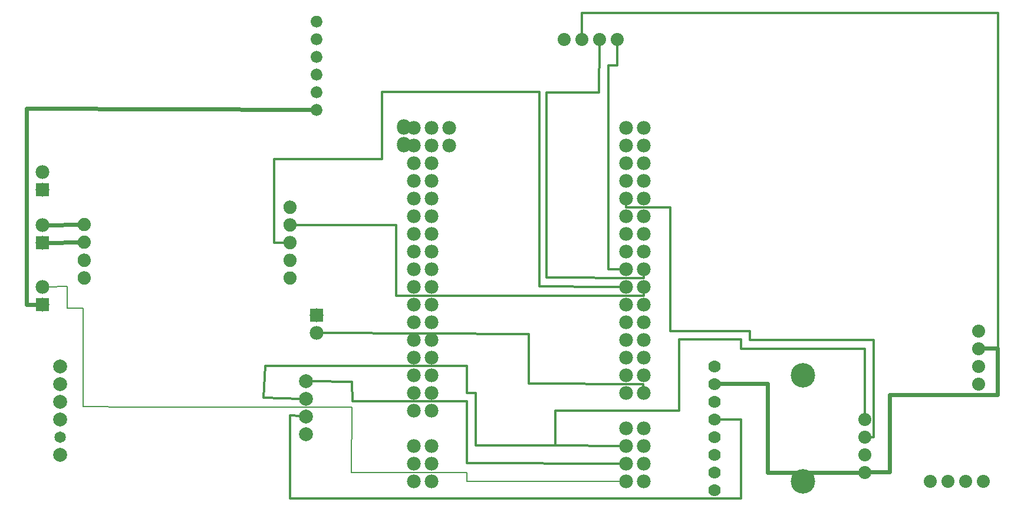
<source format=gbl>
G04 MADE WITH FRITZING*
G04 WWW.FRITZING.ORG*
G04 DOUBLE SIDED*
G04 HOLES PLATED*
G04 CONTOUR ON CENTER OF CONTOUR VECTOR*
%ASAXBY*%
%FSLAX23Y23*%
%MOIN*%
%OFA0B0*%
%SFA1.0B1.0*%
%ADD10C,0.078000*%
%ADD11C,0.065972*%
%ADD12C,0.074106*%
%ADD13C,0.078861*%
%ADD14C,0.064972*%
%ADD15C,0.078833*%
%ADD16C,0.138425*%
%ADD17C,0.070000*%
%ADD18C,0.073889*%
%ADD19R,0.078000X0.078000*%
%ADD20C,0.012000*%
%ADD21C,0.024000*%
%ADD22C,0.008000*%
%ADD23R,0.001000X0.001000*%
%LNCOPPER0*%
G90*
G70*
G54D10*
X2322Y563D03*
X2322Y663D03*
X2322Y763D03*
X2322Y863D03*
X2322Y963D03*
X2322Y1063D03*
X2322Y1163D03*
X2322Y1263D03*
X2322Y1363D03*
X2322Y1463D03*
X2322Y1563D03*
X2322Y1663D03*
X2322Y1763D03*
X2322Y1863D03*
X2322Y1963D03*
X2322Y2063D03*
X2322Y2163D03*
X2222Y2163D03*
X2222Y2063D03*
X2222Y1963D03*
X2222Y1863D03*
X2222Y1763D03*
X2222Y1663D03*
X2222Y1563D03*
X2222Y1463D03*
X2222Y1363D03*
X2222Y1263D03*
X2222Y1163D03*
X2222Y1063D03*
X2222Y963D03*
X2222Y863D03*
X2222Y763D03*
X2222Y663D03*
X2222Y563D03*
X3522Y663D03*
X3522Y763D03*
X3522Y863D03*
X3522Y963D03*
X3522Y1063D03*
X3522Y1163D03*
X3522Y1263D03*
X3522Y1363D03*
X3522Y1463D03*
X3522Y1563D03*
X3522Y1663D03*
X3522Y1763D03*
X3522Y1863D03*
X3522Y1963D03*
X3522Y2063D03*
X3522Y2163D03*
X3422Y2163D03*
X3422Y2063D03*
X3422Y1963D03*
X3422Y1863D03*
X3422Y1763D03*
X3422Y1663D03*
X3422Y1563D03*
X3422Y1463D03*
X3422Y1363D03*
X3422Y1263D03*
X3422Y1163D03*
X3422Y1063D03*
X3422Y963D03*
X3422Y863D03*
X3422Y763D03*
X3422Y663D03*
X3522Y163D03*
X3522Y263D03*
X3522Y363D03*
X3522Y463D03*
X3422Y463D03*
X3422Y363D03*
X3422Y263D03*
X3422Y163D03*
X2422Y2063D03*
X2167Y2063D03*
X2167Y2073D03*
X2167Y2063D03*
X2167Y2073D03*
X2167Y2063D03*
X2167Y2073D03*
X2167Y2163D03*
X2167Y2173D03*
X2167Y2163D03*
X2167Y2173D03*
X2167Y2163D03*
X2167Y2173D03*
X2422Y2163D03*
X2222Y163D03*
X2322Y163D03*
X2322Y263D03*
X2322Y363D03*
X2222Y363D03*
X2222Y263D03*
G54D11*
X1672Y2763D03*
X1672Y2663D03*
X1672Y2563D03*
X1672Y2463D03*
X1672Y2363D03*
X1672Y2263D03*
G54D12*
X359Y1614D03*
X359Y1514D03*
X359Y1413D03*
X359Y1313D03*
X1522Y1713D03*
X1522Y1613D03*
X1522Y1513D03*
X1522Y1413D03*
X1522Y1313D03*
G54D13*
X222Y313D03*
G54D14*
X222Y413D03*
G54D13*
X222Y513D03*
X222Y613D03*
X222Y713D03*
X222Y813D03*
G54D15*
X1612Y429D03*
X1612Y529D03*
X1612Y629D03*
X1612Y729D03*
G54D16*
X4422Y163D03*
G54D17*
X3922Y813D03*
X3922Y713D03*
X3922Y613D03*
X3922Y513D03*
X3922Y413D03*
X3922Y313D03*
X3922Y213D03*
X3922Y113D03*
G54D16*
X4422Y763D03*
G54D10*
X122Y1513D03*
X122Y1613D03*
G54D18*
X4772Y513D03*
X4772Y413D03*
X4772Y313D03*
X4772Y213D03*
X5415Y713D03*
X5415Y813D03*
X5415Y913D03*
X5415Y1013D03*
X3072Y2663D03*
X3172Y2663D03*
X3272Y2663D03*
X3372Y2663D03*
G54D10*
X122Y1813D03*
X122Y1913D03*
X122Y1163D03*
X122Y1263D03*
X1672Y1103D03*
X1672Y1003D03*
G54D18*
X5142Y163D03*
X5242Y163D03*
X5342Y163D03*
X5442Y163D03*
G54D19*
X122Y1513D03*
X122Y1813D03*
X122Y1163D03*
X1672Y1103D03*
G54D20*
X3272Y1213D02*
X3522Y1213D01*
D02*
X3522Y1213D02*
X3522Y1239D01*
D02*
X2122Y1213D02*
X3272Y1213D01*
D02*
X2122Y1612D02*
X2122Y1213D01*
D02*
X1545Y1613D02*
X2122Y1612D01*
G54D21*
D02*
X330Y1514D02*
X152Y1513D01*
D02*
X330Y1614D02*
X152Y1613D01*
G54D20*
D02*
X1522Y534D02*
X1522Y465D01*
D02*
X1523Y64D02*
X4072Y64D01*
D02*
X1522Y465D02*
X1523Y64D01*
D02*
X4072Y64D02*
X4072Y512D01*
D02*
X4072Y512D02*
X3948Y513D01*
D02*
X1581Y531D02*
X1522Y534D01*
D02*
X1872Y724D02*
X1874Y615D01*
D02*
X1874Y615D02*
X2523Y615D01*
D02*
X2523Y264D02*
X3398Y263D01*
D02*
X2523Y615D02*
X2523Y264D01*
D02*
X1643Y729D02*
X1872Y724D01*
D02*
X3021Y364D02*
X3398Y363D01*
D02*
X2571Y364D02*
X3021Y364D01*
D02*
X2571Y663D02*
X2571Y364D01*
D02*
X2523Y663D02*
X2571Y663D01*
D02*
X2523Y814D02*
X2523Y663D01*
D02*
X1874Y814D02*
X2523Y814D01*
D02*
X1383Y814D02*
X1874Y814D01*
D02*
X1371Y634D02*
X1383Y814D01*
D02*
X1581Y630D02*
X1371Y634D01*
D02*
X4773Y913D02*
X4773Y714D01*
D02*
X4072Y913D02*
X4773Y913D01*
D02*
X4072Y965D02*
X4072Y913D01*
D02*
X3721Y965D02*
X4072Y965D01*
D02*
X3721Y563D02*
X3721Y965D01*
D02*
X3021Y563D02*
X3721Y563D01*
D02*
X4773Y714D02*
X4772Y542D01*
D02*
X3021Y364D02*
X3021Y563D01*
G54D21*
D02*
X4223Y213D02*
X4223Y714D01*
D02*
X4223Y714D02*
X4124Y714D01*
D02*
X4124Y714D02*
X3953Y714D01*
D02*
X4738Y213D02*
X4223Y213D01*
G54D20*
D02*
X4821Y413D02*
X4821Y962D01*
D02*
X4821Y962D02*
X4122Y962D01*
D02*
X4122Y962D02*
X4122Y1013D01*
D02*
X4122Y1013D02*
X3671Y1013D01*
D02*
X3671Y1013D02*
X3671Y1712D01*
D02*
X3671Y1712D02*
X3422Y1712D01*
D02*
X3422Y1712D02*
X3422Y1739D01*
D02*
X4801Y413D02*
X4821Y413D01*
D02*
X5524Y915D02*
X5524Y2812D01*
D02*
X5524Y2812D02*
X3171Y2812D01*
D02*
X3171Y2812D02*
X3172Y2692D01*
D02*
X5401Y914D02*
X5524Y915D01*
D02*
X3522Y1313D02*
X2973Y1314D01*
D02*
X3522Y1339D02*
X3522Y1313D01*
D02*
X3270Y2361D02*
X3272Y2635D01*
D02*
X2973Y2361D02*
X3270Y2361D01*
D02*
X2973Y1314D02*
X2973Y2361D01*
D02*
X3323Y1363D02*
X3321Y1966D01*
D02*
X3373Y2515D02*
X3372Y2635D01*
D02*
X3322Y2515D02*
X3373Y2515D01*
D02*
X3322Y1966D02*
X3322Y2515D01*
D02*
X3398Y1363D02*
X3323Y1363D01*
G54D22*
D02*
X351Y1143D02*
X351Y584D01*
D02*
X263Y1143D02*
X351Y1143D01*
D02*
X351Y584D02*
X642Y583D01*
D02*
X263Y1264D02*
X263Y1143D01*
D02*
X1872Y583D02*
X1870Y213D01*
D02*
X1870Y213D02*
X2522Y213D01*
D02*
X2522Y213D02*
X2523Y163D01*
D02*
X2523Y163D02*
X3398Y163D01*
D02*
X642Y583D02*
X1872Y583D01*
D02*
X147Y1263D02*
X263Y1264D01*
G54D21*
D02*
X32Y2273D02*
X33Y1162D01*
D02*
X33Y1162D02*
X92Y1163D01*
D02*
X1646Y2264D02*
X32Y2273D01*
G54D20*
D02*
X2933Y1264D02*
X2933Y2364D01*
D02*
X2042Y2364D02*
X2042Y1984D01*
D02*
X2042Y1984D02*
X1433Y1984D01*
D02*
X2933Y2364D02*
X2042Y2364D01*
D02*
X3322Y1263D02*
X2933Y1264D01*
D02*
X1433Y1984D02*
X1433Y1512D01*
D02*
X3398Y1263D02*
X3322Y1263D01*
D02*
X1433Y1512D02*
X1499Y1513D01*
D02*
X2873Y714D02*
X3519Y713D01*
D02*
X2873Y994D02*
X2873Y714D01*
D02*
X3519Y713D02*
X3521Y688D01*
D02*
X1697Y1003D02*
X2873Y994D01*
G54D21*
D02*
X5522Y914D02*
X5406Y914D01*
D02*
X4913Y652D02*
X5521Y652D01*
D02*
X5521Y652D02*
X5522Y914D01*
D02*
X4913Y215D02*
X4913Y652D01*
D02*
X4806Y214D02*
X4913Y215D01*
G54D23*
X1671Y2797D02*
X1672Y2797D01*
X1664Y2796D02*
X1679Y2796D01*
X1661Y2795D02*
X1682Y2795D01*
X1659Y2794D02*
X1684Y2794D01*
X1656Y2793D02*
X1687Y2793D01*
X1655Y2792D02*
X1688Y2792D01*
X1653Y2791D02*
X1690Y2791D01*
X1652Y2790D02*
X1691Y2790D01*
X1650Y2789D02*
X1693Y2789D01*
X1649Y2788D02*
X1694Y2788D01*
X1648Y2787D02*
X1695Y2787D01*
X1647Y2786D02*
X1696Y2786D01*
X1647Y2785D02*
X1696Y2785D01*
X1646Y2784D02*
X1697Y2784D01*
X1645Y2783D02*
X1698Y2783D01*
X1644Y2782D02*
X1699Y2782D01*
X1644Y2781D02*
X1699Y2781D01*
X1643Y2780D02*
X1700Y2780D01*
X1643Y2779D02*
X1666Y2779D01*
X1677Y2779D02*
X1700Y2779D01*
X1642Y2778D02*
X1664Y2778D01*
X1679Y2778D02*
X1701Y2778D01*
X1642Y2777D02*
X1662Y2777D01*
X1681Y2777D02*
X1701Y2777D01*
X1641Y2776D02*
X1661Y2776D01*
X1682Y2776D02*
X1702Y2776D01*
X1641Y2775D02*
X1660Y2775D01*
X1683Y2775D02*
X1702Y2775D01*
X1641Y2774D02*
X1659Y2774D01*
X1684Y2774D02*
X1702Y2774D01*
X1640Y2773D02*
X1658Y2773D01*
X1685Y2773D02*
X1703Y2773D01*
X1640Y2772D02*
X1657Y2772D01*
X1686Y2772D02*
X1703Y2772D01*
X1640Y2771D02*
X1657Y2771D01*
X1686Y2771D02*
X1703Y2771D01*
X1640Y2770D02*
X1656Y2770D01*
X1687Y2770D02*
X1703Y2770D01*
X1639Y2769D02*
X1656Y2769D01*
X1687Y2769D02*
X1704Y2769D01*
X1639Y2768D02*
X1656Y2768D01*
X1687Y2768D02*
X1704Y2768D01*
X1639Y2767D02*
X1656Y2767D01*
X1687Y2767D02*
X1704Y2767D01*
X1639Y2766D02*
X1656Y2766D01*
X1687Y2766D02*
X1704Y2766D01*
X1639Y2765D02*
X1655Y2765D01*
X1688Y2765D02*
X1704Y2765D01*
X1639Y2764D02*
X1655Y2764D01*
X1688Y2764D02*
X1704Y2764D01*
X1639Y2763D02*
X1655Y2763D01*
X1688Y2763D02*
X1704Y2763D01*
X1639Y2762D02*
X1656Y2762D01*
X1687Y2762D02*
X1704Y2762D01*
X1639Y2761D02*
X1656Y2761D01*
X1687Y2761D02*
X1704Y2761D01*
X1639Y2760D02*
X1656Y2760D01*
X1687Y2760D02*
X1704Y2760D01*
X1640Y2759D02*
X1656Y2759D01*
X1687Y2759D02*
X1703Y2759D01*
X1640Y2758D02*
X1656Y2758D01*
X1687Y2758D02*
X1703Y2758D01*
X1640Y2757D02*
X1657Y2757D01*
X1686Y2757D02*
X1703Y2757D01*
X1640Y2756D02*
X1658Y2756D01*
X1685Y2756D02*
X1703Y2756D01*
X1640Y2755D02*
X1658Y2755D01*
X1685Y2755D02*
X1703Y2755D01*
X1641Y2754D02*
X1659Y2754D01*
X1684Y2754D02*
X1702Y2754D01*
X1641Y2753D02*
X1660Y2753D01*
X1683Y2753D02*
X1702Y2753D01*
X1642Y2752D02*
X1661Y2752D01*
X1682Y2752D02*
X1701Y2752D01*
X1642Y2751D02*
X1662Y2751D01*
X1681Y2751D02*
X1701Y2751D01*
X1642Y2750D02*
X1664Y2750D01*
X1679Y2750D02*
X1701Y2750D01*
X1643Y2749D02*
X1667Y2749D01*
X1676Y2749D02*
X1700Y2749D01*
X1643Y2748D02*
X1700Y2748D01*
X1644Y2747D02*
X1699Y2747D01*
X1645Y2746D02*
X1698Y2746D01*
X1645Y2745D02*
X1698Y2745D01*
X1646Y2744D02*
X1697Y2744D01*
X1647Y2743D02*
X1696Y2743D01*
X1648Y2742D02*
X1695Y2742D01*
X1648Y2741D02*
X1695Y2741D01*
X1650Y2740D02*
X1693Y2740D01*
X1651Y2739D02*
X1692Y2739D01*
X1652Y2738D02*
X1691Y2738D01*
X1653Y2737D02*
X1690Y2737D01*
X1655Y2736D02*
X1688Y2736D01*
X1657Y2735D02*
X1686Y2735D01*
X1659Y2734D02*
X1684Y2734D01*
X1662Y2733D02*
X1681Y2733D01*
X1665Y2732D02*
X1678Y2732D01*
X1670Y2697D02*
X1673Y2697D01*
X1664Y2696D02*
X1679Y2696D01*
X1661Y2695D02*
X1682Y2695D01*
X1658Y2694D02*
X1685Y2694D01*
X1656Y2693D02*
X1687Y2693D01*
X1655Y2692D02*
X1688Y2692D01*
X1653Y2691D02*
X1690Y2691D01*
X1652Y2690D02*
X1691Y2690D01*
X1650Y2689D02*
X1693Y2689D01*
X1649Y2688D02*
X1694Y2688D01*
X1648Y2687D02*
X1695Y2687D01*
X1647Y2686D02*
X1696Y2686D01*
X1647Y2685D02*
X1696Y2685D01*
X1646Y2684D02*
X1697Y2684D01*
X1645Y2683D02*
X1698Y2683D01*
X1644Y2682D02*
X1699Y2682D01*
X1644Y2681D02*
X1699Y2681D01*
X1643Y2680D02*
X1700Y2680D01*
X1643Y2679D02*
X1666Y2679D01*
X1677Y2679D02*
X1700Y2679D01*
X1642Y2678D02*
X1664Y2678D01*
X1679Y2678D02*
X1701Y2678D01*
X1642Y2677D02*
X1662Y2677D01*
X1681Y2677D02*
X1701Y2677D01*
X1641Y2676D02*
X1661Y2676D01*
X1682Y2676D02*
X1702Y2676D01*
X1641Y2675D02*
X1660Y2675D01*
X1683Y2675D02*
X1702Y2675D01*
X1641Y2674D02*
X1659Y2674D01*
X1684Y2674D02*
X1702Y2674D01*
X1640Y2673D02*
X1658Y2673D01*
X1685Y2673D02*
X1703Y2673D01*
X1640Y2672D02*
X1657Y2672D01*
X1686Y2672D02*
X1703Y2672D01*
X1640Y2671D02*
X1657Y2671D01*
X1686Y2671D02*
X1703Y2671D01*
X1640Y2670D02*
X1656Y2670D01*
X1687Y2670D02*
X1703Y2670D01*
X1639Y2669D02*
X1656Y2669D01*
X1687Y2669D02*
X1704Y2669D01*
X1639Y2668D02*
X1656Y2668D01*
X1687Y2668D02*
X1704Y2668D01*
X1639Y2667D02*
X1656Y2667D01*
X1687Y2667D02*
X1704Y2667D01*
X1639Y2666D02*
X1656Y2666D01*
X1687Y2666D02*
X1704Y2666D01*
X1639Y2665D02*
X1655Y2665D01*
X1688Y2665D02*
X1704Y2665D01*
X1639Y2664D02*
X1655Y2664D01*
X1688Y2664D02*
X1704Y2664D01*
X1639Y2663D02*
X1655Y2663D01*
X1688Y2663D02*
X1704Y2663D01*
X1639Y2662D02*
X1656Y2662D01*
X1687Y2662D02*
X1704Y2662D01*
X1639Y2661D02*
X1656Y2661D01*
X1687Y2661D02*
X1704Y2661D01*
X1639Y2660D02*
X1656Y2660D01*
X1687Y2660D02*
X1704Y2660D01*
X1640Y2659D02*
X1656Y2659D01*
X1687Y2659D02*
X1703Y2659D01*
X1640Y2658D02*
X1656Y2658D01*
X1687Y2658D02*
X1703Y2658D01*
X1640Y2657D02*
X1657Y2657D01*
X1686Y2657D02*
X1703Y2657D01*
X1640Y2656D02*
X1658Y2656D01*
X1685Y2656D02*
X1703Y2656D01*
X1640Y2655D02*
X1658Y2655D01*
X1685Y2655D02*
X1703Y2655D01*
X1641Y2654D02*
X1659Y2654D01*
X1684Y2654D02*
X1702Y2654D01*
X1641Y2653D02*
X1660Y2653D01*
X1683Y2653D02*
X1702Y2653D01*
X1642Y2652D02*
X1661Y2652D01*
X1682Y2652D02*
X1701Y2652D01*
X1642Y2651D02*
X1662Y2651D01*
X1681Y2651D02*
X1701Y2651D01*
X1642Y2650D02*
X1664Y2650D01*
X1679Y2650D02*
X1701Y2650D01*
X1643Y2649D02*
X1667Y2649D01*
X1676Y2649D02*
X1700Y2649D01*
X1643Y2648D02*
X1700Y2648D01*
X1644Y2647D02*
X1699Y2647D01*
X1645Y2646D02*
X1698Y2646D01*
X1645Y2645D02*
X1698Y2645D01*
X1646Y2644D02*
X1697Y2644D01*
X1647Y2643D02*
X1696Y2643D01*
X1648Y2642D02*
X1695Y2642D01*
X1649Y2641D02*
X1694Y2641D01*
X1650Y2640D02*
X1693Y2640D01*
X1651Y2639D02*
X1692Y2639D01*
X1652Y2638D02*
X1691Y2638D01*
X1653Y2637D02*
X1690Y2637D01*
X1655Y2636D02*
X1688Y2636D01*
X1657Y2635D02*
X1686Y2635D01*
X1659Y2634D02*
X1684Y2634D01*
X1662Y2633D02*
X1681Y2633D01*
X1665Y2632D02*
X1678Y2632D01*
X1669Y2597D02*
X1674Y2597D01*
X1664Y2596D02*
X1679Y2596D01*
X1661Y2595D02*
X1682Y2595D01*
X1658Y2594D02*
X1685Y2594D01*
X1656Y2593D02*
X1687Y2593D01*
X1655Y2592D02*
X1688Y2592D01*
X1653Y2591D02*
X1690Y2591D01*
X1652Y2590D02*
X1691Y2590D01*
X1650Y2589D02*
X1693Y2589D01*
X1649Y2588D02*
X1694Y2588D01*
X1648Y2587D02*
X1695Y2587D01*
X1647Y2586D02*
X1696Y2586D01*
X1646Y2585D02*
X1696Y2585D01*
X1646Y2584D02*
X1697Y2584D01*
X1645Y2583D02*
X1698Y2583D01*
X1644Y2582D02*
X1699Y2582D01*
X1644Y2581D02*
X1699Y2581D01*
X1643Y2580D02*
X1700Y2580D01*
X1643Y2579D02*
X1666Y2579D01*
X1677Y2579D02*
X1700Y2579D01*
X1642Y2578D02*
X1664Y2578D01*
X1679Y2578D02*
X1701Y2578D01*
X1642Y2577D02*
X1662Y2577D01*
X1681Y2577D02*
X1701Y2577D01*
X1641Y2576D02*
X1661Y2576D01*
X1682Y2576D02*
X1702Y2576D01*
X1641Y2575D02*
X1660Y2575D01*
X1683Y2575D02*
X1702Y2575D01*
X1641Y2574D02*
X1659Y2574D01*
X1684Y2574D02*
X1702Y2574D01*
X1640Y2573D02*
X1658Y2573D01*
X1685Y2573D02*
X1703Y2573D01*
X1640Y2572D02*
X1657Y2572D01*
X1686Y2572D02*
X1703Y2572D01*
X1640Y2571D02*
X1657Y2571D01*
X1686Y2571D02*
X1703Y2571D01*
X1640Y2570D02*
X1656Y2570D01*
X1687Y2570D02*
X1703Y2570D01*
X1639Y2569D02*
X1656Y2569D01*
X1687Y2569D02*
X1704Y2569D01*
X1639Y2568D02*
X1656Y2568D01*
X1687Y2568D02*
X1704Y2568D01*
X1639Y2567D02*
X1656Y2567D01*
X1687Y2567D02*
X1704Y2567D01*
X1639Y2566D02*
X1656Y2566D01*
X1687Y2566D02*
X1704Y2566D01*
X1639Y2565D02*
X1655Y2565D01*
X1688Y2565D02*
X1704Y2565D01*
X1639Y2564D02*
X1655Y2564D01*
X1688Y2564D02*
X1704Y2564D01*
X1639Y2563D02*
X1655Y2563D01*
X1688Y2563D02*
X1704Y2563D01*
X1639Y2562D02*
X1656Y2562D01*
X1687Y2562D02*
X1704Y2562D01*
X1639Y2561D02*
X1656Y2561D01*
X1687Y2561D02*
X1704Y2561D01*
X1639Y2560D02*
X1656Y2560D01*
X1687Y2560D02*
X1704Y2560D01*
X1640Y2559D02*
X1656Y2559D01*
X1687Y2559D02*
X1703Y2559D01*
X1640Y2558D02*
X1656Y2558D01*
X1687Y2558D02*
X1703Y2558D01*
X1640Y2557D02*
X1657Y2557D01*
X1686Y2557D02*
X1703Y2557D01*
X1640Y2556D02*
X1658Y2556D01*
X1685Y2556D02*
X1703Y2556D01*
X1640Y2555D02*
X1658Y2555D01*
X1685Y2555D02*
X1703Y2555D01*
X1641Y2554D02*
X1659Y2554D01*
X1684Y2554D02*
X1702Y2554D01*
X1641Y2553D02*
X1660Y2553D01*
X1683Y2553D02*
X1702Y2553D01*
X1642Y2552D02*
X1661Y2552D01*
X1682Y2552D02*
X1701Y2552D01*
X1642Y2551D02*
X1662Y2551D01*
X1681Y2551D02*
X1701Y2551D01*
X1642Y2550D02*
X1664Y2550D01*
X1679Y2550D02*
X1701Y2550D01*
X1643Y2549D02*
X1667Y2549D01*
X1676Y2549D02*
X1700Y2549D01*
X1643Y2548D02*
X1700Y2548D01*
X1644Y2547D02*
X1699Y2547D01*
X1645Y2546D02*
X1698Y2546D01*
X1645Y2545D02*
X1698Y2545D01*
X1646Y2544D02*
X1697Y2544D01*
X1647Y2543D02*
X1696Y2543D01*
X1648Y2542D02*
X1695Y2542D01*
X1649Y2541D02*
X1694Y2541D01*
X1650Y2540D02*
X1693Y2540D01*
X1651Y2539D02*
X1692Y2539D01*
X1652Y2538D02*
X1691Y2538D01*
X1653Y2537D02*
X1690Y2537D01*
X1655Y2536D02*
X1688Y2536D01*
X1657Y2535D02*
X1686Y2535D01*
X1659Y2534D02*
X1684Y2534D01*
X1662Y2533D02*
X1681Y2533D01*
X1665Y2532D02*
X1678Y2532D01*
X1669Y2497D02*
X1674Y2497D01*
X1664Y2496D02*
X1679Y2496D01*
X1661Y2495D02*
X1682Y2495D01*
X1658Y2494D02*
X1685Y2494D01*
X1656Y2493D02*
X1687Y2493D01*
X1655Y2492D02*
X1688Y2492D01*
X1653Y2491D02*
X1690Y2491D01*
X1652Y2490D02*
X1691Y2490D01*
X1650Y2489D02*
X1693Y2489D01*
X1649Y2488D02*
X1694Y2488D01*
X1648Y2487D02*
X1695Y2487D01*
X1647Y2486D02*
X1696Y2486D01*
X1646Y2485D02*
X1697Y2485D01*
X1646Y2484D02*
X1697Y2484D01*
X1645Y2483D02*
X1698Y2483D01*
X1644Y2482D02*
X1699Y2482D01*
X1644Y2481D02*
X1699Y2481D01*
X1643Y2480D02*
X1700Y2480D01*
X1643Y2479D02*
X1666Y2479D01*
X1677Y2479D02*
X1700Y2479D01*
X1642Y2478D02*
X1664Y2478D01*
X1679Y2478D02*
X1701Y2478D01*
X1642Y2477D02*
X1662Y2477D01*
X1681Y2477D02*
X1701Y2477D01*
X1641Y2476D02*
X1661Y2476D01*
X1682Y2476D02*
X1702Y2476D01*
X1641Y2475D02*
X1660Y2475D01*
X1683Y2475D02*
X1702Y2475D01*
X1641Y2474D02*
X1659Y2474D01*
X1684Y2474D02*
X1702Y2474D01*
X1640Y2473D02*
X1658Y2473D01*
X1685Y2473D02*
X1703Y2473D01*
X1640Y2472D02*
X1657Y2472D01*
X1686Y2472D02*
X1703Y2472D01*
X1640Y2471D02*
X1657Y2471D01*
X1686Y2471D02*
X1703Y2471D01*
X1640Y2470D02*
X1656Y2470D01*
X1687Y2470D02*
X1703Y2470D01*
X1639Y2469D02*
X1656Y2469D01*
X1687Y2469D02*
X1704Y2469D01*
X1639Y2468D02*
X1656Y2468D01*
X1687Y2468D02*
X1704Y2468D01*
X1639Y2467D02*
X1656Y2467D01*
X1687Y2467D02*
X1704Y2467D01*
X1639Y2466D02*
X1656Y2466D01*
X1687Y2466D02*
X1704Y2466D01*
X1639Y2465D02*
X1655Y2465D01*
X1688Y2465D02*
X1704Y2465D01*
X1639Y2464D02*
X1655Y2464D01*
X1688Y2464D02*
X1704Y2464D01*
X1639Y2463D02*
X1655Y2463D01*
X1688Y2463D02*
X1704Y2463D01*
X1639Y2462D02*
X1656Y2462D01*
X1687Y2462D02*
X1704Y2462D01*
X1639Y2461D02*
X1656Y2461D01*
X1687Y2461D02*
X1704Y2461D01*
X1639Y2460D02*
X1656Y2460D01*
X1687Y2460D02*
X1704Y2460D01*
X1640Y2459D02*
X1656Y2459D01*
X1687Y2459D02*
X1703Y2459D01*
X1640Y2458D02*
X1656Y2458D01*
X1686Y2458D02*
X1703Y2458D01*
X1640Y2457D02*
X1657Y2457D01*
X1686Y2457D02*
X1703Y2457D01*
X1640Y2456D02*
X1658Y2456D01*
X1685Y2456D02*
X1703Y2456D01*
X1640Y2455D02*
X1658Y2455D01*
X1685Y2455D02*
X1703Y2455D01*
X1641Y2454D02*
X1659Y2454D01*
X1684Y2454D02*
X1702Y2454D01*
X1641Y2453D02*
X1660Y2453D01*
X1683Y2453D02*
X1702Y2453D01*
X1642Y2452D02*
X1661Y2452D01*
X1682Y2452D02*
X1701Y2452D01*
X1642Y2451D02*
X1662Y2451D01*
X1681Y2451D02*
X1701Y2451D01*
X1642Y2450D02*
X1664Y2450D01*
X1679Y2450D02*
X1701Y2450D01*
X1643Y2449D02*
X1667Y2449D01*
X1676Y2449D02*
X1700Y2449D01*
X1643Y2448D02*
X1700Y2448D01*
X1644Y2447D02*
X1699Y2447D01*
X1645Y2446D02*
X1698Y2446D01*
X1645Y2445D02*
X1698Y2445D01*
X1646Y2444D02*
X1697Y2444D01*
X1647Y2443D02*
X1696Y2443D01*
X1648Y2442D02*
X1695Y2442D01*
X1649Y2441D02*
X1694Y2441D01*
X1650Y2440D02*
X1693Y2440D01*
X1651Y2439D02*
X1692Y2439D01*
X1652Y2438D02*
X1691Y2438D01*
X1653Y2437D02*
X1690Y2437D01*
X1655Y2436D02*
X1688Y2436D01*
X1657Y2435D02*
X1686Y2435D01*
X1659Y2434D02*
X1684Y2434D01*
X1662Y2433D02*
X1681Y2433D01*
X1665Y2432D02*
X1678Y2432D01*
X1669Y2397D02*
X1674Y2397D01*
X1664Y2396D02*
X1679Y2396D01*
X1661Y2395D02*
X1682Y2395D01*
X1658Y2394D02*
X1685Y2394D01*
X1656Y2393D02*
X1687Y2393D01*
X1654Y2392D02*
X1689Y2392D01*
X1653Y2391D02*
X1690Y2391D01*
X1652Y2390D02*
X1691Y2390D01*
X1650Y2389D02*
X1693Y2389D01*
X1649Y2388D02*
X1694Y2388D01*
X1648Y2387D02*
X1695Y2387D01*
X1647Y2386D02*
X1696Y2386D01*
X1646Y2385D02*
X1697Y2385D01*
X1646Y2384D02*
X1697Y2384D01*
X1645Y2383D02*
X1698Y2383D01*
X1644Y2382D02*
X1699Y2382D01*
X1644Y2381D02*
X1699Y2381D01*
X1643Y2380D02*
X1700Y2380D01*
X1643Y2379D02*
X1666Y2379D01*
X1677Y2379D02*
X1700Y2379D01*
X1642Y2378D02*
X1664Y2378D01*
X1680Y2378D02*
X1701Y2378D01*
X1642Y2377D02*
X1662Y2377D01*
X1681Y2377D02*
X1701Y2377D01*
X1641Y2376D02*
X1661Y2376D01*
X1682Y2376D02*
X1702Y2376D01*
X1641Y2375D02*
X1660Y2375D01*
X1683Y2375D02*
X1702Y2375D01*
X1641Y2374D02*
X1659Y2374D01*
X1684Y2374D02*
X1702Y2374D01*
X1640Y2373D02*
X1658Y2373D01*
X1685Y2373D02*
X1703Y2373D01*
X1640Y2372D02*
X1657Y2372D01*
X1686Y2372D02*
X1703Y2372D01*
X1640Y2371D02*
X1657Y2371D01*
X1686Y2371D02*
X1703Y2371D01*
X1640Y2370D02*
X1656Y2370D01*
X1687Y2370D02*
X1703Y2370D01*
X1639Y2369D02*
X1656Y2369D01*
X1687Y2369D02*
X1704Y2369D01*
X1639Y2368D02*
X1656Y2368D01*
X1687Y2368D02*
X1704Y2368D01*
X1639Y2367D02*
X1656Y2367D01*
X1687Y2367D02*
X1704Y2367D01*
X1639Y2366D02*
X1656Y2366D01*
X1688Y2366D02*
X1704Y2366D01*
X1639Y2365D02*
X1655Y2365D01*
X1688Y2365D02*
X1704Y2365D01*
X1639Y2364D02*
X1655Y2364D01*
X1688Y2364D02*
X1704Y2364D01*
X1639Y2363D02*
X1655Y2363D01*
X1688Y2363D02*
X1704Y2363D01*
X1639Y2362D02*
X1656Y2362D01*
X1687Y2362D02*
X1704Y2362D01*
X1639Y2361D02*
X1656Y2361D01*
X1687Y2361D02*
X1704Y2361D01*
X1639Y2360D02*
X1656Y2360D01*
X1687Y2360D02*
X1704Y2360D01*
X1640Y2359D02*
X1656Y2359D01*
X1687Y2359D02*
X1703Y2359D01*
X1640Y2358D02*
X1657Y2358D01*
X1686Y2358D02*
X1703Y2358D01*
X1640Y2357D02*
X1657Y2357D01*
X1686Y2357D02*
X1703Y2357D01*
X1640Y2356D02*
X1658Y2356D01*
X1685Y2356D02*
X1703Y2356D01*
X1641Y2355D02*
X1658Y2355D01*
X1685Y2355D02*
X1703Y2355D01*
X1641Y2354D02*
X1659Y2354D01*
X1684Y2354D02*
X1702Y2354D01*
X1641Y2353D02*
X1660Y2353D01*
X1683Y2353D02*
X1702Y2353D01*
X1642Y2352D02*
X1661Y2352D01*
X1682Y2352D02*
X1701Y2352D01*
X1642Y2351D02*
X1663Y2351D01*
X1680Y2351D02*
X1701Y2351D01*
X1642Y2350D02*
X1664Y2350D01*
X1679Y2350D02*
X1701Y2350D01*
X1643Y2349D02*
X1667Y2349D01*
X1676Y2349D02*
X1700Y2349D01*
X1643Y2348D02*
X1700Y2348D01*
X1644Y2347D02*
X1699Y2347D01*
X1645Y2346D02*
X1698Y2346D01*
X1645Y2345D02*
X1698Y2345D01*
X1646Y2344D02*
X1697Y2344D01*
X1647Y2343D02*
X1696Y2343D01*
X1648Y2342D02*
X1695Y2342D01*
X1649Y2341D02*
X1694Y2341D01*
X1650Y2340D02*
X1693Y2340D01*
X1651Y2339D02*
X1692Y2339D01*
X1652Y2338D02*
X1691Y2338D01*
X1654Y2337D02*
X1689Y2337D01*
X1655Y2336D02*
X1688Y2336D01*
X1657Y2335D02*
X1686Y2335D01*
X1659Y2334D02*
X1684Y2334D01*
X1662Y2333D02*
X1681Y2333D01*
X1666Y2332D02*
X1678Y2332D01*
X1668Y2297D02*
X1675Y2297D01*
X1664Y2296D02*
X1679Y2296D01*
X1661Y2295D02*
X1682Y2295D01*
X1658Y2294D02*
X1685Y2294D01*
X1656Y2293D02*
X1687Y2293D01*
X1654Y2292D02*
X1689Y2292D01*
X1653Y2291D02*
X1690Y2291D01*
X1651Y2290D02*
X1691Y2290D01*
X1650Y2289D02*
X1693Y2289D01*
X1649Y2288D02*
X1694Y2288D01*
X1648Y2287D02*
X1695Y2287D01*
X1647Y2286D02*
X1696Y2286D01*
X1646Y2285D02*
X1697Y2285D01*
X1646Y2284D02*
X1697Y2284D01*
X1645Y2283D02*
X1698Y2283D01*
X1644Y2282D02*
X1699Y2282D01*
X1644Y2281D02*
X1699Y2281D01*
X1643Y2280D02*
X1700Y2280D01*
X1643Y2279D02*
X1666Y2279D01*
X1677Y2279D02*
X1700Y2279D01*
X1642Y2278D02*
X1663Y2278D01*
X1680Y2278D02*
X1701Y2278D01*
X1642Y2277D02*
X1662Y2277D01*
X1681Y2277D02*
X1701Y2277D01*
X1641Y2276D02*
X1661Y2276D01*
X1682Y2276D02*
X1702Y2276D01*
X1641Y2275D02*
X1660Y2275D01*
X1683Y2275D02*
X1702Y2275D01*
X1641Y2274D02*
X1659Y2274D01*
X1684Y2274D02*
X1702Y2274D01*
X1640Y2273D02*
X1658Y2273D01*
X1685Y2273D02*
X1703Y2273D01*
X1640Y2272D02*
X1657Y2272D01*
X1686Y2272D02*
X1703Y2272D01*
X1640Y2271D02*
X1657Y2271D01*
X1686Y2271D02*
X1703Y2271D01*
X1640Y2270D02*
X1656Y2270D01*
X1687Y2270D02*
X1703Y2270D01*
X1639Y2269D02*
X1656Y2269D01*
X1687Y2269D02*
X1704Y2269D01*
X1639Y2268D02*
X1656Y2268D01*
X1687Y2268D02*
X1704Y2268D01*
X1639Y2267D02*
X1656Y2267D01*
X1687Y2267D02*
X1704Y2267D01*
X1639Y2266D02*
X1656Y2266D01*
X1687Y2266D02*
X1704Y2266D01*
X1639Y2265D02*
X1655Y2265D01*
X1688Y2265D02*
X1704Y2265D01*
X1639Y2264D02*
X1655Y2264D01*
X1688Y2264D02*
X1704Y2264D01*
X1639Y2263D02*
X1655Y2263D01*
X1688Y2263D02*
X1704Y2263D01*
X1639Y2262D02*
X1656Y2262D01*
X1687Y2262D02*
X1704Y2262D01*
X1639Y2261D02*
X1656Y2261D01*
X1687Y2261D02*
X1704Y2261D01*
X1639Y2260D02*
X1656Y2260D01*
X1687Y2260D02*
X1704Y2260D01*
X1640Y2259D02*
X1656Y2259D01*
X1687Y2259D02*
X1703Y2259D01*
X1640Y2258D02*
X1657Y2258D01*
X1686Y2258D02*
X1703Y2258D01*
X1640Y2257D02*
X1657Y2257D01*
X1686Y2257D02*
X1703Y2257D01*
X1640Y2256D02*
X1658Y2256D01*
X1685Y2256D02*
X1703Y2256D01*
X1641Y2255D02*
X1658Y2255D01*
X1685Y2255D02*
X1703Y2255D01*
X1641Y2254D02*
X1659Y2254D01*
X1684Y2254D02*
X1702Y2254D01*
X1641Y2253D02*
X1660Y2253D01*
X1683Y2253D02*
X1702Y2253D01*
X1642Y2252D02*
X1661Y2252D01*
X1682Y2252D02*
X1701Y2252D01*
X1642Y2251D02*
X1663Y2251D01*
X1680Y2251D02*
X1701Y2251D01*
X1642Y2250D02*
X1664Y2250D01*
X1679Y2250D02*
X1701Y2250D01*
X1643Y2249D02*
X1667Y2249D01*
X1676Y2249D02*
X1700Y2249D01*
X1643Y2248D02*
X1700Y2248D01*
X1644Y2247D02*
X1699Y2247D01*
X1645Y2246D02*
X1698Y2246D01*
X1645Y2245D02*
X1698Y2245D01*
X1646Y2244D02*
X1697Y2244D01*
X1647Y2243D02*
X1696Y2243D01*
X1648Y2242D02*
X1695Y2242D01*
X1649Y2241D02*
X1694Y2241D01*
X1650Y2240D02*
X1693Y2240D01*
X1651Y2239D02*
X1692Y2239D01*
X1652Y2238D02*
X1691Y2238D01*
X1654Y2237D02*
X1689Y2237D01*
X1655Y2236D02*
X1688Y2236D01*
X1657Y2235D02*
X1686Y2235D01*
X1659Y2234D02*
X1684Y2234D01*
X1662Y2233D02*
X1681Y2233D01*
X1666Y2232D02*
X1677Y2232D01*
X1517Y1751D02*
X1526Y1751D01*
X1512Y1750D02*
X1531Y1750D01*
X1509Y1749D02*
X1534Y1749D01*
X1507Y1748D02*
X1536Y1748D01*
X1505Y1747D02*
X1538Y1747D01*
X1503Y1746D02*
X1540Y1746D01*
X1501Y1745D02*
X1542Y1745D01*
X1500Y1744D02*
X1543Y1744D01*
X1499Y1743D02*
X1544Y1743D01*
X1497Y1742D02*
X1546Y1742D01*
X1496Y1741D02*
X1547Y1741D01*
X1495Y1740D02*
X1548Y1740D01*
X1494Y1739D02*
X1549Y1739D01*
X1494Y1738D02*
X1550Y1738D01*
X1493Y1737D02*
X1550Y1737D01*
X1492Y1736D02*
X1551Y1736D01*
X1491Y1735D02*
X1552Y1735D01*
X1491Y1734D02*
X1552Y1734D01*
X1490Y1733D02*
X1553Y1733D01*
X1490Y1732D02*
X1553Y1732D01*
X1489Y1731D02*
X1515Y1731D01*
X1528Y1731D02*
X1554Y1731D01*
X1489Y1730D02*
X1513Y1730D01*
X1530Y1730D02*
X1554Y1730D01*
X1488Y1729D02*
X1511Y1729D01*
X1532Y1729D02*
X1555Y1729D01*
X1488Y1728D02*
X1510Y1728D01*
X1533Y1728D02*
X1555Y1728D01*
X1487Y1727D02*
X1509Y1727D01*
X1534Y1727D02*
X1556Y1727D01*
X1487Y1726D02*
X1508Y1726D01*
X1535Y1726D02*
X1556Y1726D01*
X1487Y1725D02*
X1507Y1725D01*
X1536Y1725D02*
X1556Y1725D01*
X1486Y1724D02*
X1506Y1724D01*
X1537Y1724D02*
X1557Y1724D01*
X1486Y1723D02*
X1506Y1723D01*
X1537Y1723D02*
X1557Y1723D01*
X1486Y1722D02*
X1505Y1722D01*
X1538Y1722D02*
X1557Y1722D01*
X1486Y1721D02*
X1505Y1721D01*
X1538Y1721D02*
X1557Y1721D01*
X1486Y1720D02*
X1504Y1720D01*
X1539Y1720D02*
X1558Y1720D01*
X1485Y1719D02*
X1504Y1719D01*
X1539Y1719D02*
X1558Y1719D01*
X1485Y1718D02*
X1504Y1718D01*
X1539Y1718D02*
X1558Y1718D01*
X1485Y1717D02*
X1504Y1717D01*
X1539Y1717D02*
X1558Y1717D01*
X1485Y1716D02*
X1504Y1716D01*
X1539Y1716D02*
X1558Y1716D01*
X1485Y1715D02*
X1504Y1715D01*
X1540Y1715D02*
X1558Y1715D01*
X1485Y1714D02*
X1504Y1714D01*
X1540Y1714D02*
X1558Y1714D01*
X1485Y1713D02*
X1504Y1713D01*
X1539Y1713D02*
X1558Y1713D01*
X1485Y1712D02*
X1504Y1712D01*
X1539Y1712D02*
X1558Y1712D01*
X1485Y1711D02*
X1504Y1711D01*
X1539Y1711D02*
X1558Y1711D01*
X1485Y1710D02*
X1504Y1710D01*
X1539Y1710D02*
X1558Y1710D01*
X1485Y1709D02*
X1504Y1709D01*
X1539Y1709D02*
X1558Y1709D01*
X1486Y1708D02*
X1505Y1708D01*
X1538Y1708D02*
X1557Y1708D01*
X1486Y1707D02*
X1505Y1707D01*
X1538Y1707D02*
X1557Y1707D01*
X1486Y1706D02*
X1506Y1706D01*
X1537Y1706D02*
X1557Y1706D01*
X1486Y1705D02*
X1506Y1705D01*
X1537Y1705D02*
X1557Y1705D01*
X1487Y1704D02*
X1507Y1704D01*
X1536Y1704D02*
X1556Y1704D01*
X1487Y1703D02*
X1508Y1703D01*
X1535Y1703D02*
X1556Y1703D01*
X1487Y1702D02*
X1509Y1702D01*
X1534Y1702D02*
X1556Y1702D01*
X1488Y1701D02*
X1510Y1701D01*
X1533Y1701D02*
X1555Y1701D01*
X1488Y1700D02*
X1511Y1700D01*
X1532Y1700D02*
X1555Y1700D01*
X1489Y1699D02*
X1513Y1699D01*
X1531Y1699D02*
X1554Y1699D01*
X1489Y1698D02*
X1514Y1698D01*
X1529Y1698D02*
X1554Y1698D01*
X1490Y1697D02*
X1519Y1697D01*
X1524Y1697D02*
X1554Y1697D01*
X1490Y1696D02*
X1553Y1696D01*
X1491Y1695D02*
X1552Y1695D01*
X1491Y1694D02*
X1552Y1694D01*
X1492Y1693D02*
X1551Y1693D01*
X1493Y1692D02*
X1550Y1692D01*
X1493Y1691D02*
X1550Y1691D01*
X1494Y1690D02*
X1549Y1690D01*
X1495Y1689D02*
X1548Y1689D01*
X1496Y1688D02*
X1547Y1688D01*
X1497Y1687D02*
X1546Y1687D01*
X1498Y1686D02*
X1545Y1686D01*
X1500Y1685D02*
X1543Y1685D01*
X1501Y1684D02*
X1542Y1684D01*
X1503Y1683D02*
X1540Y1683D01*
X1504Y1682D02*
X1539Y1682D01*
X1507Y1681D02*
X1537Y1681D01*
X1509Y1680D02*
X1534Y1680D01*
X1512Y1679D02*
X1531Y1679D01*
X1516Y1678D02*
X1527Y1678D01*
X352Y1651D02*
X365Y1651D01*
X1518Y1651D02*
X1525Y1651D01*
X348Y1650D02*
X368Y1650D01*
X1513Y1650D02*
X1530Y1650D01*
X345Y1649D02*
X371Y1649D01*
X1510Y1649D02*
X1533Y1649D01*
X343Y1648D02*
X373Y1648D01*
X1507Y1648D02*
X1536Y1648D01*
X341Y1647D02*
X375Y1647D01*
X1505Y1647D02*
X1538Y1647D01*
X339Y1646D02*
X377Y1646D01*
X1503Y1646D02*
X1540Y1646D01*
X337Y1645D02*
X379Y1645D01*
X1502Y1645D02*
X1542Y1645D01*
X336Y1644D02*
X380Y1644D01*
X1500Y1644D02*
X1543Y1644D01*
X335Y1643D02*
X381Y1643D01*
X1499Y1643D02*
X1544Y1643D01*
X334Y1642D02*
X383Y1642D01*
X1498Y1642D02*
X1546Y1642D01*
X333Y1641D02*
X384Y1641D01*
X1496Y1641D02*
X1547Y1641D01*
X332Y1640D02*
X385Y1640D01*
X1495Y1640D02*
X1548Y1640D01*
X331Y1639D02*
X386Y1639D01*
X1495Y1639D02*
X1549Y1639D01*
X330Y1638D02*
X386Y1638D01*
X1494Y1638D02*
X1549Y1638D01*
X329Y1637D02*
X387Y1637D01*
X1493Y1637D02*
X1550Y1637D01*
X328Y1636D02*
X388Y1636D01*
X1492Y1636D02*
X1551Y1636D01*
X328Y1635D02*
X388Y1635D01*
X1491Y1635D02*
X1552Y1635D01*
X327Y1634D02*
X389Y1634D01*
X1491Y1634D02*
X1552Y1634D01*
X327Y1633D02*
X390Y1633D01*
X1490Y1633D02*
X1553Y1633D01*
X326Y1632D02*
X355Y1632D01*
X362Y1632D02*
X390Y1632D01*
X1490Y1632D02*
X1553Y1632D01*
X326Y1631D02*
X351Y1631D01*
X366Y1631D02*
X391Y1631D01*
X1489Y1631D02*
X1516Y1631D01*
X1528Y1631D02*
X1554Y1631D01*
X325Y1630D02*
X349Y1630D01*
X367Y1630D02*
X391Y1630D01*
X1489Y1630D02*
X1513Y1630D01*
X1530Y1630D02*
X1554Y1630D01*
X325Y1629D02*
X347Y1629D01*
X369Y1629D02*
X392Y1629D01*
X1488Y1629D02*
X1511Y1629D01*
X1532Y1629D02*
X1555Y1629D01*
X324Y1628D02*
X346Y1628D01*
X370Y1628D02*
X392Y1628D01*
X1488Y1628D02*
X1510Y1628D01*
X1533Y1628D02*
X1555Y1628D01*
X324Y1627D02*
X345Y1627D01*
X371Y1627D02*
X392Y1627D01*
X1487Y1627D02*
X1509Y1627D01*
X1534Y1627D02*
X1556Y1627D01*
X324Y1626D02*
X344Y1626D01*
X372Y1626D02*
X393Y1626D01*
X1487Y1626D02*
X1508Y1626D01*
X1535Y1626D02*
X1556Y1626D01*
X323Y1625D02*
X343Y1625D01*
X373Y1625D02*
X393Y1625D01*
X1487Y1625D02*
X1507Y1625D01*
X1536Y1625D02*
X1556Y1625D01*
X323Y1624D02*
X343Y1624D01*
X374Y1624D02*
X393Y1624D01*
X1486Y1624D02*
X1506Y1624D01*
X1537Y1624D02*
X1557Y1624D01*
X323Y1623D02*
X342Y1623D01*
X374Y1623D02*
X394Y1623D01*
X1486Y1623D02*
X1506Y1623D01*
X1537Y1623D02*
X1557Y1623D01*
X322Y1622D02*
X342Y1622D01*
X375Y1622D02*
X394Y1622D01*
X1486Y1622D02*
X1505Y1622D01*
X1538Y1622D02*
X1557Y1622D01*
X322Y1621D02*
X341Y1621D01*
X375Y1621D02*
X394Y1621D01*
X1486Y1621D02*
X1505Y1621D01*
X1538Y1621D02*
X1557Y1621D01*
X322Y1620D02*
X341Y1620D01*
X375Y1620D02*
X394Y1620D01*
X1486Y1620D02*
X1504Y1620D01*
X1539Y1620D02*
X1558Y1620D01*
X322Y1619D02*
X341Y1619D01*
X376Y1619D02*
X394Y1619D01*
X1485Y1619D02*
X1504Y1619D01*
X1539Y1619D02*
X1558Y1619D01*
X322Y1618D02*
X340Y1618D01*
X376Y1618D02*
X394Y1618D01*
X1485Y1618D02*
X1504Y1618D01*
X1539Y1618D02*
X1558Y1618D01*
X322Y1617D02*
X340Y1617D01*
X376Y1617D02*
X395Y1617D01*
X1485Y1617D02*
X1504Y1617D01*
X1539Y1617D02*
X1558Y1617D01*
X322Y1616D02*
X340Y1616D01*
X376Y1616D02*
X395Y1616D01*
X1485Y1616D02*
X1504Y1616D01*
X1539Y1616D02*
X1558Y1616D01*
X322Y1615D02*
X340Y1615D01*
X376Y1615D02*
X395Y1615D01*
X1485Y1615D02*
X1504Y1615D01*
X1540Y1615D02*
X1558Y1615D01*
X322Y1614D02*
X340Y1614D01*
X376Y1614D02*
X395Y1614D01*
X1485Y1614D02*
X1504Y1614D01*
X1540Y1614D02*
X1558Y1614D01*
X322Y1613D02*
X340Y1613D01*
X376Y1613D02*
X395Y1613D01*
X1485Y1613D02*
X1504Y1613D01*
X1539Y1613D02*
X1558Y1613D01*
X322Y1612D02*
X340Y1612D01*
X376Y1612D02*
X395Y1612D01*
X1485Y1612D02*
X1504Y1612D01*
X1539Y1612D02*
X1558Y1612D01*
X322Y1611D02*
X340Y1611D01*
X376Y1611D02*
X394Y1611D01*
X1485Y1611D02*
X1504Y1611D01*
X1539Y1611D02*
X1558Y1611D01*
X322Y1610D02*
X341Y1610D01*
X376Y1610D02*
X394Y1610D01*
X1485Y1610D02*
X1504Y1610D01*
X1539Y1610D02*
X1558Y1610D01*
X322Y1609D02*
X341Y1609D01*
X375Y1609D02*
X394Y1609D01*
X1485Y1609D02*
X1504Y1609D01*
X1539Y1609D02*
X1558Y1609D01*
X322Y1608D02*
X341Y1608D01*
X375Y1608D02*
X394Y1608D01*
X1486Y1608D02*
X1505Y1608D01*
X1539Y1608D02*
X1557Y1608D01*
X323Y1607D02*
X342Y1607D01*
X374Y1607D02*
X394Y1607D01*
X1486Y1607D02*
X1505Y1607D01*
X1538Y1607D02*
X1557Y1607D01*
X323Y1606D02*
X342Y1606D01*
X374Y1606D02*
X393Y1606D01*
X1486Y1606D02*
X1506Y1606D01*
X1538Y1606D02*
X1557Y1606D01*
X323Y1605D02*
X343Y1605D01*
X373Y1605D02*
X393Y1605D01*
X1486Y1605D02*
X1506Y1605D01*
X1537Y1605D02*
X1557Y1605D01*
X323Y1604D02*
X344Y1604D01*
X372Y1604D02*
X393Y1604D01*
X1487Y1604D02*
X1507Y1604D01*
X1536Y1604D02*
X1556Y1604D01*
X324Y1603D02*
X345Y1603D01*
X372Y1603D02*
X393Y1603D01*
X1487Y1603D02*
X1508Y1603D01*
X1535Y1603D02*
X1556Y1603D01*
X324Y1602D02*
X346Y1602D01*
X371Y1602D02*
X392Y1602D01*
X1487Y1602D02*
X1509Y1602D01*
X1534Y1602D02*
X1556Y1602D01*
X324Y1601D02*
X347Y1601D01*
X369Y1601D02*
X392Y1601D01*
X1488Y1601D02*
X1510Y1601D01*
X1533Y1601D02*
X1555Y1601D01*
X325Y1600D02*
X348Y1600D01*
X368Y1600D02*
X391Y1600D01*
X1488Y1600D02*
X1511Y1600D01*
X1532Y1600D02*
X1555Y1600D01*
X325Y1599D02*
X350Y1599D01*
X367Y1599D02*
X391Y1599D01*
X1489Y1599D02*
X1512Y1599D01*
X1531Y1599D02*
X1555Y1599D01*
X326Y1598D02*
X352Y1598D01*
X364Y1598D02*
X390Y1598D01*
X1489Y1598D02*
X1514Y1598D01*
X1529Y1598D02*
X1554Y1598D01*
X326Y1597D02*
X390Y1597D01*
X1489Y1597D02*
X1518Y1597D01*
X1525Y1597D02*
X1554Y1597D01*
X327Y1596D02*
X389Y1596D01*
X1490Y1596D02*
X1553Y1596D01*
X327Y1595D02*
X389Y1595D01*
X1491Y1595D02*
X1552Y1595D01*
X328Y1594D02*
X388Y1594D01*
X1491Y1594D02*
X1552Y1594D01*
X329Y1593D02*
X387Y1593D01*
X1492Y1593D02*
X1551Y1593D01*
X329Y1592D02*
X387Y1592D01*
X1493Y1592D02*
X1550Y1592D01*
X330Y1591D02*
X386Y1591D01*
X1493Y1591D02*
X1550Y1591D01*
X331Y1590D02*
X385Y1590D01*
X1494Y1590D02*
X1549Y1590D01*
X332Y1589D02*
X384Y1589D01*
X1495Y1589D02*
X1548Y1589D01*
X333Y1588D02*
X383Y1588D01*
X1496Y1588D02*
X1547Y1588D01*
X334Y1587D02*
X382Y1587D01*
X1497Y1587D02*
X1546Y1587D01*
X335Y1586D02*
X381Y1586D01*
X1498Y1586D02*
X1545Y1586D01*
X337Y1585D02*
X380Y1585D01*
X1500Y1585D02*
X1544Y1585D01*
X338Y1584D02*
X378Y1584D01*
X1501Y1584D02*
X1542Y1584D01*
X340Y1583D02*
X376Y1583D01*
X1503Y1583D02*
X1541Y1583D01*
X342Y1582D02*
X375Y1582D01*
X1504Y1582D02*
X1539Y1582D01*
X344Y1581D02*
X372Y1581D01*
X1506Y1581D02*
X1537Y1581D01*
X346Y1580D02*
X370Y1580D01*
X1509Y1580D02*
X1535Y1580D01*
X349Y1579D02*
X367Y1579D01*
X1511Y1579D02*
X1532Y1579D01*
X354Y1578D02*
X362Y1578D01*
X1515Y1578D02*
X1528Y1578D01*
X352Y1551D02*
X364Y1551D01*
X1518Y1551D02*
X1525Y1551D01*
X348Y1550D02*
X368Y1550D01*
X1513Y1550D02*
X1530Y1550D01*
X345Y1549D02*
X371Y1549D01*
X1510Y1549D02*
X1533Y1549D01*
X343Y1548D02*
X373Y1548D01*
X1507Y1548D02*
X1536Y1548D01*
X341Y1547D02*
X375Y1547D01*
X1505Y1547D02*
X1538Y1547D01*
X339Y1546D02*
X377Y1546D01*
X1503Y1546D02*
X1540Y1546D01*
X338Y1545D02*
X379Y1545D01*
X1502Y1545D02*
X1541Y1545D01*
X336Y1544D02*
X380Y1544D01*
X1500Y1544D02*
X1543Y1544D01*
X335Y1543D02*
X381Y1543D01*
X1499Y1543D02*
X1544Y1543D01*
X334Y1542D02*
X382Y1542D01*
X1498Y1542D02*
X1545Y1542D01*
X333Y1541D02*
X384Y1541D01*
X1497Y1541D02*
X1547Y1541D01*
X332Y1540D02*
X385Y1540D01*
X1496Y1540D02*
X1548Y1540D01*
X331Y1539D02*
X385Y1539D01*
X1495Y1539D02*
X1548Y1539D01*
X330Y1538D02*
X386Y1538D01*
X1494Y1538D02*
X1549Y1538D01*
X329Y1537D02*
X387Y1537D01*
X1493Y1537D02*
X1550Y1537D01*
X329Y1536D02*
X388Y1536D01*
X1492Y1536D02*
X1551Y1536D01*
X328Y1535D02*
X388Y1535D01*
X1492Y1535D02*
X1552Y1535D01*
X327Y1534D02*
X389Y1534D01*
X1491Y1534D02*
X1552Y1534D01*
X327Y1533D02*
X390Y1533D01*
X1490Y1533D02*
X1553Y1533D01*
X326Y1532D02*
X356Y1532D01*
X360Y1532D02*
X390Y1532D01*
X1490Y1532D02*
X1553Y1532D01*
X326Y1531D02*
X351Y1531D01*
X365Y1531D02*
X391Y1531D01*
X1489Y1531D02*
X1516Y1531D01*
X1527Y1531D02*
X1554Y1531D01*
X325Y1530D02*
X349Y1530D01*
X367Y1530D02*
X391Y1530D01*
X1489Y1530D02*
X1513Y1530D01*
X1530Y1530D02*
X1554Y1530D01*
X325Y1529D02*
X348Y1529D01*
X369Y1529D02*
X392Y1529D01*
X1488Y1529D02*
X1512Y1529D01*
X1532Y1529D02*
X1555Y1529D01*
X324Y1528D02*
X346Y1528D01*
X370Y1528D02*
X392Y1528D01*
X1488Y1528D02*
X1510Y1528D01*
X1533Y1528D02*
X1555Y1528D01*
X324Y1527D02*
X345Y1527D01*
X371Y1527D02*
X392Y1527D01*
X1487Y1527D02*
X1509Y1527D01*
X1534Y1527D02*
X1556Y1527D01*
X324Y1526D02*
X344Y1526D01*
X372Y1526D02*
X393Y1526D01*
X1487Y1526D02*
X1508Y1526D01*
X1535Y1526D02*
X1556Y1526D01*
X323Y1525D02*
X344Y1525D01*
X373Y1525D02*
X393Y1525D01*
X1487Y1525D02*
X1507Y1525D01*
X1536Y1525D02*
X1556Y1525D01*
X323Y1524D02*
X343Y1524D01*
X374Y1524D02*
X393Y1524D01*
X1486Y1524D02*
X1506Y1524D01*
X1537Y1524D02*
X1557Y1524D01*
X323Y1523D02*
X342Y1523D01*
X374Y1523D02*
X394Y1523D01*
X1486Y1523D02*
X1506Y1523D01*
X1537Y1523D02*
X1557Y1523D01*
X322Y1522D02*
X342Y1522D01*
X375Y1522D02*
X394Y1522D01*
X1486Y1522D02*
X1505Y1522D01*
X1538Y1522D02*
X1557Y1522D01*
X322Y1521D02*
X341Y1521D01*
X375Y1521D02*
X394Y1521D01*
X1486Y1521D02*
X1505Y1521D01*
X1538Y1521D02*
X1557Y1521D01*
X322Y1520D02*
X341Y1520D01*
X375Y1520D02*
X394Y1520D01*
X1486Y1520D02*
X1504Y1520D01*
X1539Y1520D02*
X1558Y1520D01*
X322Y1519D02*
X341Y1519D01*
X376Y1519D02*
X394Y1519D01*
X1485Y1519D02*
X1504Y1519D01*
X1539Y1519D02*
X1558Y1519D01*
X322Y1518D02*
X340Y1518D01*
X376Y1518D02*
X394Y1518D01*
X1485Y1518D02*
X1504Y1518D01*
X1539Y1518D02*
X1558Y1518D01*
X322Y1517D02*
X340Y1517D01*
X376Y1517D02*
X395Y1517D01*
X1485Y1517D02*
X1504Y1517D01*
X1539Y1517D02*
X1558Y1517D01*
X322Y1516D02*
X340Y1516D01*
X376Y1516D02*
X395Y1516D01*
X1485Y1516D02*
X1504Y1516D01*
X1539Y1516D02*
X1558Y1516D01*
X322Y1515D02*
X340Y1515D01*
X376Y1515D02*
X395Y1515D01*
X1485Y1515D02*
X1504Y1515D01*
X1539Y1515D02*
X1558Y1515D01*
X322Y1514D02*
X340Y1514D01*
X376Y1514D02*
X395Y1514D01*
X1485Y1514D02*
X1504Y1514D01*
X1540Y1514D02*
X1558Y1514D01*
X322Y1513D02*
X340Y1513D01*
X376Y1513D02*
X395Y1513D01*
X1485Y1513D02*
X1504Y1513D01*
X1539Y1513D02*
X1558Y1513D01*
X322Y1512D02*
X340Y1512D01*
X376Y1512D02*
X395Y1512D01*
X1485Y1512D02*
X1504Y1512D01*
X1539Y1512D02*
X1558Y1512D01*
X322Y1511D02*
X340Y1511D01*
X376Y1511D02*
X394Y1511D01*
X1485Y1511D02*
X1504Y1511D01*
X1539Y1511D02*
X1558Y1511D01*
X322Y1510D02*
X341Y1510D01*
X376Y1510D02*
X394Y1510D01*
X1485Y1510D02*
X1504Y1510D01*
X1539Y1510D02*
X1558Y1510D01*
X322Y1509D02*
X341Y1509D01*
X375Y1509D02*
X394Y1509D01*
X1485Y1509D02*
X1504Y1509D01*
X1539Y1509D02*
X1558Y1509D01*
X322Y1508D02*
X341Y1508D01*
X375Y1508D02*
X394Y1508D01*
X1486Y1508D02*
X1505Y1508D01*
X1539Y1508D02*
X1557Y1508D01*
X322Y1507D02*
X342Y1507D01*
X375Y1507D02*
X394Y1507D01*
X1486Y1507D02*
X1505Y1507D01*
X1538Y1507D02*
X1557Y1507D01*
X323Y1506D02*
X342Y1506D01*
X374Y1506D02*
X393Y1506D01*
X1486Y1506D02*
X1505Y1506D01*
X1538Y1506D02*
X1557Y1506D01*
X323Y1505D02*
X343Y1505D01*
X373Y1505D02*
X393Y1505D01*
X1486Y1505D02*
X1506Y1505D01*
X1537Y1505D02*
X1557Y1505D01*
X323Y1504D02*
X344Y1504D01*
X373Y1504D02*
X393Y1504D01*
X1487Y1504D02*
X1507Y1504D01*
X1536Y1504D02*
X1556Y1504D01*
X324Y1503D02*
X345Y1503D01*
X372Y1503D02*
X393Y1503D01*
X1487Y1503D02*
X1508Y1503D01*
X1535Y1503D02*
X1556Y1503D01*
X324Y1502D02*
X346Y1502D01*
X371Y1502D02*
X392Y1502D01*
X1487Y1502D02*
X1508Y1502D01*
X1535Y1502D02*
X1556Y1502D01*
X324Y1501D02*
X347Y1501D01*
X370Y1501D02*
X392Y1501D01*
X1488Y1501D02*
X1510Y1501D01*
X1534Y1501D02*
X1555Y1501D01*
X325Y1500D02*
X348Y1500D01*
X368Y1500D02*
X391Y1500D01*
X1488Y1500D02*
X1511Y1500D01*
X1532Y1500D02*
X1555Y1500D01*
X325Y1499D02*
X350Y1499D01*
X367Y1499D02*
X391Y1499D01*
X1488Y1499D02*
X1512Y1499D01*
X1531Y1499D02*
X1555Y1499D01*
X326Y1498D02*
X352Y1498D01*
X365Y1498D02*
X391Y1498D01*
X1489Y1498D02*
X1514Y1498D01*
X1529Y1498D02*
X1554Y1498D01*
X326Y1497D02*
X390Y1497D01*
X1489Y1497D02*
X1517Y1497D01*
X1526Y1497D02*
X1554Y1497D01*
X327Y1496D02*
X389Y1496D01*
X1490Y1496D02*
X1553Y1496D01*
X327Y1495D02*
X389Y1495D01*
X1491Y1495D02*
X1553Y1495D01*
X328Y1494D02*
X388Y1494D01*
X1491Y1494D02*
X1552Y1494D01*
X329Y1493D02*
X388Y1493D01*
X1492Y1493D02*
X1551Y1493D01*
X329Y1492D02*
X387Y1492D01*
X1492Y1492D02*
X1551Y1492D01*
X330Y1491D02*
X386Y1491D01*
X1493Y1491D02*
X1550Y1491D01*
X331Y1490D02*
X385Y1490D01*
X1494Y1490D02*
X1549Y1490D01*
X332Y1489D02*
X384Y1489D01*
X1495Y1489D02*
X1548Y1489D01*
X333Y1488D02*
X383Y1488D01*
X1496Y1488D02*
X1547Y1488D01*
X334Y1487D02*
X382Y1487D01*
X1497Y1487D02*
X1546Y1487D01*
X335Y1486D02*
X381Y1486D01*
X1498Y1486D02*
X1545Y1486D01*
X337Y1485D02*
X380Y1485D01*
X1499Y1485D02*
X1544Y1485D01*
X338Y1484D02*
X378Y1484D01*
X1501Y1484D02*
X1542Y1484D01*
X340Y1483D02*
X377Y1483D01*
X1502Y1483D02*
X1541Y1483D01*
X341Y1482D02*
X375Y1482D01*
X1504Y1482D02*
X1539Y1482D01*
X344Y1481D02*
X373Y1481D01*
X1506Y1481D02*
X1537Y1481D01*
X346Y1480D02*
X370Y1480D01*
X1508Y1480D02*
X1535Y1480D01*
X349Y1479D02*
X367Y1479D01*
X1511Y1479D02*
X1532Y1479D01*
X354Y1478D02*
X363Y1478D01*
X1515Y1478D02*
X1528Y1478D01*
X353Y1451D02*
X363Y1451D01*
X1520Y1451D02*
X1523Y1451D01*
X349Y1450D02*
X368Y1450D01*
X1514Y1450D02*
X1529Y1450D01*
X346Y1449D02*
X371Y1449D01*
X1510Y1449D02*
X1533Y1449D01*
X343Y1448D02*
X373Y1448D01*
X1508Y1448D02*
X1535Y1448D01*
X341Y1447D02*
X375Y1447D01*
X1506Y1447D02*
X1538Y1447D01*
X339Y1446D02*
X377Y1446D01*
X1504Y1446D02*
X1539Y1446D01*
X338Y1445D02*
X378Y1445D01*
X1502Y1445D02*
X1541Y1445D01*
X336Y1444D02*
X380Y1444D01*
X1500Y1444D02*
X1543Y1444D01*
X335Y1443D02*
X381Y1443D01*
X1499Y1443D02*
X1544Y1443D01*
X334Y1442D02*
X382Y1442D01*
X1498Y1442D02*
X1545Y1442D01*
X333Y1441D02*
X383Y1441D01*
X1497Y1441D02*
X1546Y1441D01*
X332Y1440D02*
X384Y1440D01*
X1496Y1440D02*
X1547Y1440D01*
X331Y1439D02*
X385Y1439D01*
X1495Y1439D02*
X1548Y1439D01*
X330Y1438D02*
X386Y1438D01*
X1494Y1438D02*
X1549Y1438D01*
X329Y1437D02*
X387Y1437D01*
X1493Y1437D02*
X1550Y1437D01*
X329Y1436D02*
X388Y1436D01*
X1492Y1436D02*
X1551Y1436D01*
X328Y1435D02*
X388Y1435D01*
X1492Y1435D02*
X1551Y1435D01*
X327Y1434D02*
X389Y1434D01*
X1491Y1434D02*
X1552Y1434D01*
X327Y1433D02*
X390Y1433D01*
X1490Y1433D02*
X1553Y1433D01*
X326Y1432D02*
X390Y1432D01*
X1490Y1432D02*
X1553Y1432D01*
X326Y1431D02*
X351Y1431D01*
X365Y1431D02*
X391Y1431D01*
X1489Y1431D02*
X1516Y1431D01*
X1527Y1431D02*
X1554Y1431D01*
X325Y1430D02*
X349Y1430D01*
X367Y1430D02*
X391Y1430D01*
X1489Y1430D02*
X1514Y1430D01*
X1530Y1430D02*
X1554Y1430D01*
X325Y1429D02*
X348Y1429D01*
X369Y1429D02*
X392Y1429D01*
X1488Y1429D02*
X1512Y1429D01*
X1531Y1429D02*
X1555Y1429D01*
X324Y1428D02*
X347Y1428D01*
X370Y1428D02*
X392Y1428D01*
X1488Y1428D02*
X1510Y1428D01*
X1533Y1428D02*
X1555Y1428D01*
X324Y1427D02*
X345Y1427D01*
X371Y1427D02*
X392Y1427D01*
X1488Y1427D02*
X1509Y1427D01*
X1534Y1427D02*
X1556Y1427D01*
X324Y1426D02*
X344Y1426D01*
X372Y1426D02*
X393Y1426D01*
X1487Y1426D02*
X1508Y1426D01*
X1535Y1426D02*
X1556Y1426D01*
X323Y1425D02*
X344Y1425D01*
X373Y1425D02*
X393Y1425D01*
X1487Y1425D02*
X1507Y1425D01*
X1536Y1425D02*
X1556Y1425D01*
X323Y1424D02*
X343Y1424D01*
X373Y1424D02*
X393Y1424D01*
X1487Y1424D02*
X1507Y1424D01*
X1537Y1424D02*
X1557Y1424D01*
X323Y1423D02*
X342Y1423D01*
X374Y1423D02*
X394Y1423D01*
X1486Y1423D02*
X1506Y1423D01*
X1537Y1423D02*
X1557Y1423D01*
X322Y1422D02*
X342Y1422D01*
X375Y1422D02*
X394Y1422D01*
X1486Y1422D02*
X1505Y1422D01*
X1538Y1422D02*
X1557Y1422D01*
X322Y1421D02*
X341Y1421D01*
X375Y1421D02*
X394Y1421D01*
X1486Y1421D02*
X1505Y1421D01*
X1538Y1421D02*
X1557Y1421D01*
X322Y1420D02*
X341Y1420D01*
X375Y1420D02*
X394Y1420D01*
X1486Y1420D02*
X1504Y1420D01*
X1539Y1420D02*
X1557Y1420D01*
X322Y1419D02*
X341Y1419D01*
X376Y1419D02*
X394Y1419D01*
X1485Y1419D02*
X1504Y1419D01*
X1539Y1419D02*
X1558Y1419D01*
X322Y1418D02*
X340Y1418D01*
X376Y1418D02*
X394Y1418D01*
X1485Y1418D02*
X1504Y1418D01*
X1539Y1418D02*
X1558Y1418D01*
X322Y1417D02*
X340Y1417D01*
X376Y1417D02*
X395Y1417D01*
X1485Y1417D02*
X1504Y1417D01*
X1539Y1417D02*
X1558Y1417D01*
X322Y1416D02*
X340Y1416D01*
X376Y1416D02*
X395Y1416D01*
X1485Y1416D02*
X1504Y1416D01*
X1539Y1416D02*
X1558Y1416D01*
X322Y1415D02*
X340Y1415D01*
X376Y1415D02*
X395Y1415D01*
X1485Y1415D02*
X1504Y1415D01*
X1539Y1415D02*
X1558Y1415D01*
X322Y1414D02*
X340Y1414D01*
X376Y1414D02*
X395Y1414D01*
X1485Y1414D02*
X1504Y1414D01*
X1540Y1414D02*
X1558Y1414D01*
X322Y1413D02*
X340Y1413D01*
X376Y1413D02*
X395Y1413D01*
X1485Y1413D02*
X1504Y1413D01*
X1539Y1413D02*
X1558Y1413D01*
X322Y1412D02*
X340Y1412D01*
X376Y1412D02*
X395Y1412D01*
X1485Y1412D02*
X1504Y1412D01*
X1539Y1412D02*
X1558Y1412D01*
X322Y1411D02*
X340Y1411D01*
X376Y1411D02*
X394Y1411D01*
X1485Y1411D02*
X1504Y1411D01*
X1539Y1411D02*
X1558Y1411D01*
X322Y1410D02*
X341Y1410D01*
X376Y1410D02*
X394Y1410D01*
X1485Y1410D02*
X1504Y1410D01*
X1539Y1410D02*
X1558Y1410D01*
X322Y1409D02*
X341Y1409D01*
X375Y1409D02*
X394Y1409D01*
X1485Y1409D02*
X1504Y1409D01*
X1539Y1409D02*
X1558Y1409D01*
X322Y1408D02*
X341Y1408D01*
X375Y1408D02*
X394Y1408D01*
X1486Y1408D02*
X1504Y1408D01*
X1539Y1408D02*
X1557Y1408D01*
X322Y1407D02*
X342Y1407D01*
X375Y1407D02*
X394Y1407D01*
X1486Y1407D02*
X1505Y1407D01*
X1538Y1407D02*
X1557Y1407D01*
X323Y1406D02*
X342Y1406D01*
X374Y1406D02*
X394Y1406D01*
X1486Y1406D02*
X1505Y1406D01*
X1538Y1406D02*
X1557Y1406D01*
X323Y1405D02*
X343Y1405D01*
X373Y1405D02*
X393Y1405D01*
X1486Y1405D02*
X1506Y1405D01*
X1537Y1405D02*
X1557Y1405D01*
X323Y1404D02*
X344Y1404D01*
X373Y1404D02*
X393Y1404D01*
X1487Y1404D02*
X1507Y1404D01*
X1536Y1404D02*
X1557Y1404D01*
X324Y1403D02*
X344Y1403D01*
X372Y1403D02*
X393Y1403D01*
X1487Y1403D02*
X1507Y1403D01*
X1536Y1403D02*
X1556Y1403D01*
X324Y1402D02*
X345Y1402D01*
X371Y1402D02*
X392Y1402D01*
X1487Y1402D02*
X1508Y1402D01*
X1535Y1402D02*
X1556Y1402D01*
X324Y1401D02*
X347Y1401D01*
X370Y1401D02*
X392Y1401D01*
X1488Y1401D02*
X1509Y1401D01*
X1534Y1401D02*
X1555Y1401D01*
X325Y1400D02*
X348Y1400D01*
X369Y1400D02*
X392Y1400D01*
X1488Y1400D02*
X1511Y1400D01*
X1532Y1400D02*
X1555Y1400D01*
X325Y1399D02*
X349Y1399D01*
X367Y1399D02*
X391Y1399D01*
X1488Y1399D02*
X1512Y1399D01*
X1531Y1399D02*
X1555Y1399D01*
X326Y1398D02*
X351Y1398D01*
X365Y1398D02*
X391Y1398D01*
X1489Y1398D02*
X1514Y1398D01*
X1529Y1398D02*
X1554Y1398D01*
X326Y1397D02*
X357Y1397D01*
X359Y1397D02*
X390Y1397D01*
X1489Y1397D02*
X1517Y1397D01*
X1526Y1397D02*
X1554Y1397D01*
X327Y1396D02*
X390Y1396D01*
X1490Y1396D02*
X1553Y1396D01*
X327Y1395D02*
X389Y1395D01*
X1490Y1395D02*
X1553Y1395D01*
X328Y1394D02*
X388Y1394D01*
X1491Y1394D02*
X1552Y1394D01*
X329Y1393D02*
X388Y1393D01*
X1492Y1393D02*
X1551Y1393D01*
X329Y1392D02*
X387Y1392D01*
X1492Y1392D02*
X1551Y1392D01*
X330Y1391D02*
X386Y1391D01*
X1493Y1391D02*
X1550Y1391D01*
X331Y1390D02*
X385Y1390D01*
X1494Y1390D02*
X1549Y1390D01*
X332Y1389D02*
X384Y1389D01*
X1495Y1389D02*
X1548Y1389D01*
X333Y1388D02*
X383Y1388D01*
X1496Y1388D02*
X1547Y1388D01*
X334Y1387D02*
X382Y1387D01*
X1497Y1387D02*
X1546Y1387D01*
X335Y1386D02*
X381Y1386D01*
X1498Y1386D02*
X1545Y1386D01*
X336Y1385D02*
X380Y1385D01*
X1499Y1385D02*
X1544Y1385D01*
X338Y1384D02*
X378Y1384D01*
X1501Y1384D02*
X1542Y1384D01*
X339Y1383D02*
X377Y1383D01*
X1502Y1383D02*
X1541Y1383D01*
X341Y1382D02*
X375Y1382D01*
X1504Y1382D02*
X1539Y1382D01*
X343Y1381D02*
X373Y1381D01*
X1506Y1381D02*
X1537Y1381D01*
X346Y1380D02*
X371Y1380D01*
X1508Y1380D02*
X1535Y1380D01*
X349Y1379D02*
X368Y1379D01*
X1511Y1379D02*
X1532Y1379D01*
X353Y1378D02*
X363Y1378D01*
X1514Y1378D02*
X1529Y1378D01*
X354Y1351D02*
X363Y1351D01*
X349Y1350D02*
X367Y1350D01*
X1514Y1350D02*
X1529Y1350D01*
X346Y1349D02*
X370Y1349D01*
X1511Y1349D02*
X1532Y1349D01*
X344Y1348D02*
X373Y1348D01*
X1508Y1348D02*
X1535Y1348D01*
X341Y1347D02*
X375Y1347D01*
X1506Y1347D02*
X1537Y1347D01*
X340Y1346D02*
X377Y1346D01*
X1504Y1346D02*
X1539Y1346D01*
X338Y1345D02*
X378Y1345D01*
X1502Y1345D02*
X1541Y1345D01*
X337Y1344D02*
X380Y1344D01*
X1501Y1344D02*
X1542Y1344D01*
X335Y1343D02*
X381Y1343D01*
X1499Y1343D02*
X1544Y1343D01*
X334Y1342D02*
X382Y1342D01*
X1498Y1342D02*
X1545Y1342D01*
X333Y1341D02*
X383Y1341D01*
X1497Y1341D02*
X1546Y1341D01*
X332Y1340D02*
X384Y1340D01*
X1496Y1340D02*
X1547Y1340D01*
X331Y1339D02*
X385Y1339D01*
X1495Y1339D02*
X1548Y1339D01*
X330Y1338D02*
X386Y1338D01*
X1494Y1338D02*
X1549Y1338D01*
X329Y1337D02*
X387Y1337D01*
X1493Y1337D02*
X1550Y1337D01*
X329Y1336D02*
X388Y1336D01*
X1492Y1336D02*
X1551Y1336D01*
X328Y1335D02*
X388Y1335D01*
X1492Y1335D02*
X1551Y1335D01*
X327Y1334D02*
X389Y1334D01*
X1491Y1334D02*
X1552Y1334D01*
X327Y1333D02*
X389Y1333D01*
X1490Y1333D02*
X1553Y1333D01*
X326Y1332D02*
X390Y1332D01*
X1490Y1332D02*
X1553Y1332D01*
X326Y1331D02*
X352Y1331D01*
X364Y1331D02*
X391Y1331D01*
X1489Y1331D02*
X1517Y1331D01*
X1526Y1331D02*
X1554Y1331D01*
X325Y1330D02*
X350Y1330D01*
X367Y1330D02*
X391Y1330D01*
X1489Y1330D02*
X1514Y1330D01*
X1529Y1330D02*
X1554Y1330D01*
X325Y1329D02*
X348Y1329D01*
X368Y1329D02*
X391Y1329D01*
X1488Y1329D02*
X1512Y1329D01*
X1531Y1329D02*
X1555Y1329D01*
X324Y1328D02*
X347Y1328D01*
X370Y1328D02*
X392Y1328D01*
X1488Y1328D02*
X1511Y1328D01*
X1532Y1328D02*
X1555Y1328D01*
X324Y1327D02*
X346Y1327D01*
X371Y1327D02*
X392Y1327D01*
X1488Y1327D02*
X1509Y1327D01*
X1534Y1327D02*
X1555Y1327D01*
X324Y1326D02*
X345Y1326D01*
X372Y1326D02*
X393Y1326D01*
X1487Y1326D02*
X1508Y1326D01*
X1535Y1326D02*
X1556Y1326D01*
X323Y1325D02*
X344Y1325D01*
X373Y1325D02*
X393Y1325D01*
X1487Y1325D02*
X1507Y1325D01*
X1536Y1325D02*
X1556Y1325D01*
X323Y1324D02*
X343Y1324D01*
X373Y1324D02*
X393Y1324D01*
X1487Y1324D02*
X1507Y1324D01*
X1536Y1324D02*
X1557Y1324D01*
X323Y1323D02*
X342Y1323D01*
X374Y1323D02*
X393Y1323D01*
X1486Y1323D02*
X1506Y1323D01*
X1537Y1323D02*
X1557Y1323D01*
X322Y1322D02*
X342Y1322D01*
X375Y1322D02*
X394Y1322D01*
X1486Y1322D02*
X1505Y1322D01*
X1538Y1322D02*
X1557Y1322D01*
X322Y1321D02*
X341Y1321D01*
X375Y1321D02*
X394Y1321D01*
X1486Y1321D02*
X1505Y1321D01*
X1538Y1321D02*
X1557Y1321D01*
X322Y1320D02*
X341Y1320D01*
X375Y1320D02*
X394Y1320D01*
X1486Y1320D02*
X1504Y1320D01*
X1539Y1320D02*
X1557Y1320D01*
X322Y1319D02*
X341Y1319D01*
X376Y1319D02*
X394Y1319D01*
X1485Y1319D02*
X1504Y1319D01*
X1539Y1319D02*
X1558Y1319D01*
X322Y1318D02*
X340Y1318D01*
X376Y1318D02*
X394Y1318D01*
X1485Y1318D02*
X1504Y1318D01*
X1539Y1318D02*
X1558Y1318D01*
X322Y1317D02*
X340Y1317D01*
X376Y1317D02*
X395Y1317D01*
X1485Y1317D02*
X1504Y1317D01*
X1539Y1317D02*
X1558Y1317D01*
X322Y1316D02*
X340Y1316D01*
X376Y1316D02*
X395Y1316D01*
X1485Y1316D02*
X1504Y1316D01*
X1539Y1316D02*
X1558Y1316D01*
X322Y1315D02*
X340Y1315D01*
X376Y1315D02*
X395Y1315D01*
X1485Y1315D02*
X1504Y1315D01*
X1539Y1315D02*
X1558Y1315D01*
X322Y1314D02*
X340Y1314D01*
X376Y1314D02*
X395Y1314D01*
X1485Y1314D02*
X1504Y1314D01*
X1540Y1314D02*
X1558Y1314D01*
X322Y1313D02*
X340Y1313D01*
X376Y1313D02*
X395Y1313D01*
X1485Y1313D02*
X1504Y1313D01*
X1539Y1313D02*
X1558Y1313D01*
X322Y1312D02*
X340Y1312D01*
X376Y1312D02*
X395Y1312D01*
X1485Y1312D02*
X1504Y1312D01*
X1539Y1312D02*
X1558Y1312D01*
X322Y1311D02*
X340Y1311D01*
X376Y1311D02*
X394Y1311D01*
X1485Y1311D02*
X1504Y1311D01*
X1539Y1311D02*
X1558Y1311D01*
X322Y1310D02*
X341Y1310D01*
X376Y1310D02*
X394Y1310D01*
X1485Y1310D02*
X1504Y1310D01*
X1539Y1310D02*
X1558Y1310D01*
X322Y1309D02*
X341Y1309D01*
X375Y1309D02*
X394Y1309D01*
X1485Y1309D02*
X1504Y1309D01*
X1539Y1309D02*
X1558Y1309D01*
X322Y1308D02*
X341Y1308D01*
X375Y1308D02*
X394Y1308D01*
X1486Y1308D02*
X1504Y1308D01*
X1539Y1308D02*
X1557Y1308D01*
X322Y1307D02*
X342Y1307D01*
X375Y1307D02*
X394Y1307D01*
X1486Y1307D02*
X1505Y1307D01*
X1538Y1307D02*
X1557Y1307D01*
X323Y1306D02*
X342Y1306D01*
X374Y1306D02*
X394Y1306D01*
X1486Y1306D02*
X1505Y1306D01*
X1538Y1306D02*
X1557Y1306D01*
X323Y1305D02*
X343Y1305D01*
X374Y1305D02*
X393Y1305D01*
X1486Y1305D02*
X1506Y1305D01*
X1537Y1305D02*
X1557Y1305D01*
X323Y1304D02*
X343Y1304D01*
X373Y1304D02*
X393Y1304D01*
X1487Y1304D02*
X1507Y1304D01*
X1537Y1304D02*
X1557Y1304D01*
X324Y1303D02*
X344Y1303D01*
X372Y1303D02*
X393Y1303D01*
X1487Y1303D02*
X1507Y1303D01*
X1536Y1303D02*
X1556Y1303D01*
X324Y1302D02*
X345Y1302D01*
X371Y1302D02*
X392Y1302D01*
X1487Y1302D02*
X1508Y1302D01*
X1535Y1302D02*
X1556Y1302D01*
X324Y1301D02*
X346Y1301D01*
X370Y1301D02*
X392Y1301D01*
X1488Y1301D02*
X1509Y1301D01*
X1534Y1301D02*
X1556Y1301D01*
X325Y1300D02*
X348Y1300D01*
X369Y1300D02*
X392Y1300D01*
X1488Y1300D02*
X1510Y1300D01*
X1533Y1300D02*
X1555Y1300D01*
X325Y1299D02*
X349Y1299D01*
X367Y1299D02*
X391Y1299D01*
X1488Y1299D02*
X1512Y1299D01*
X1531Y1299D02*
X1555Y1299D01*
X326Y1298D02*
X351Y1298D01*
X365Y1298D02*
X391Y1298D01*
X1489Y1298D02*
X1513Y1298D01*
X1530Y1298D02*
X1554Y1298D01*
X326Y1297D02*
X356Y1297D01*
X360Y1297D02*
X390Y1297D01*
X1489Y1297D02*
X1516Y1297D01*
X1527Y1297D02*
X1554Y1297D01*
X327Y1296D02*
X390Y1296D01*
X1490Y1296D02*
X1553Y1296D01*
X327Y1295D02*
X389Y1295D01*
X1490Y1295D02*
X1553Y1295D01*
X328Y1294D02*
X388Y1294D01*
X1491Y1294D02*
X1552Y1294D01*
X329Y1293D02*
X388Y1293D01*
X1492Y1293D02*
X1551Y1293D01*
X329Y1292D02*
X387Y1292D01*
X1492Y1292D02*
X1551Y1292D01*
X330Y1291D02*
X386Y1291D01*
X1493Y1291D02*
X1550Y1291D01*
X331Y1290D02*
X385Y1290D01*
X1494Y1290D02*
X1549Y1290D01*
X332Y1289D02*
X385Y1289D01*
X1495Y1289D02*
X1548Y1289D01*
X333Y1288D02*
X384Y1288D01*
X1496Y1288D02*
X1547Y1288D01*
X334Y1287D02*
X383Y1287D01*
X1497Y1287D02*
X1546Y1287D01*
X335Y1286D02*
X381Y1286D01*
X1498Y1286D02*
X1545Y1286D01*
X336Y1285D02*
X380Y1285D01*
X1499Y1285D02*
X1544Y1285D01*
X338Y1284D02*
X379Y1284D01*
X1500Y1284D02*
X1543Y1284D01*
X339Y1283D02*
X377Y1283D01*
X1502Y1283D02*
X1541Y1283D01*
X341Y1282D02*
X375Y1282D01*
X1504Y1282D02*
X1539Y1282D01*
X343Y1281D02*
X373Y1281D01*
X1506Y1281D02*
X1538Y1281D01*
X345Y1280D02*
X371Y1280D01*
X1508Y1280D02*
X1535Y1280D01*
X348Y1279D02*
X368Y1279D01*
X1510Y1279D02*
X1533Y1279D01*
X352Y1278D02*
X364Y1278D01*
X1514Y1278D02*
X1529Y1278D01*
X1520Y1277D02*
X1523Y1277D01*
D02*
G04 End of Copper0*
M02*
</source>
